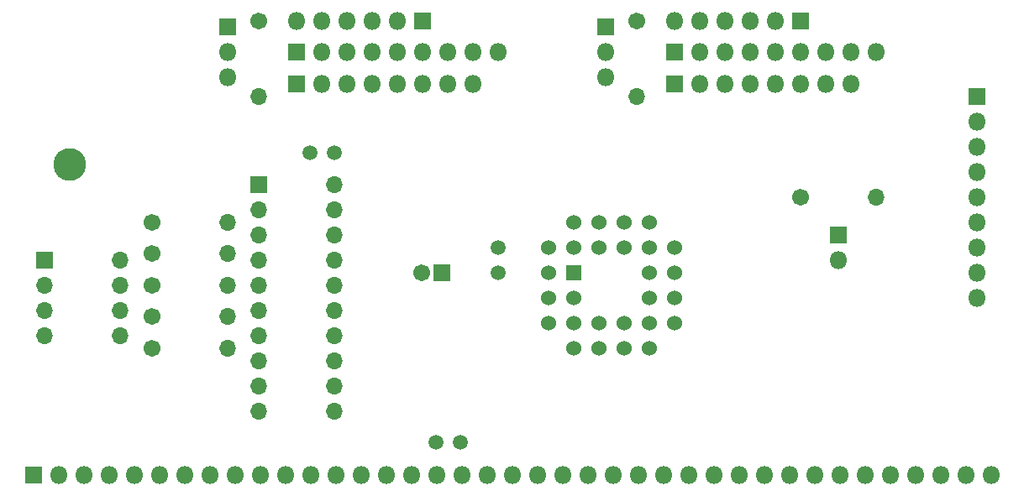
<source format=gts>
G04 #@! TF.FileFunction,Soldermask,Top*
%FSLAX46Y46*%
G04 Gerber Fmt 4.6, Leading zero omitted, Abs format (unit mm)*
G04 Created by KiCad (PCBNEW 4.0.5) date Mon Apr 20 22:21:36 2020*
%MOMM*%
%LPD*%
G01*
G04 APERTURE LIST*
%ADD10C,0.100000*%
%ADD11C,3.301600*%
%ADD12C,1.501600*%
%ADD13R,1.701600X1.701600*%
%ADD14C,1.701600*%
%ADD15R,1.801600X1.801600*%
%ADD16O,1.801600X1.801600*%
%ADD17O,1.701600X1.701600*%
%ADD18R,1.524000X1.524000*%
%ADD19C,1.524000*%
G04 APERTURE END LIST*
D10*
D11*
X93930000Y-105300000D03*
D12*
X137160000Y-116205000D03*
X137160000Y-113705000D03*
X120650000Y-104140000D03*
X118150000Y-104140000D03*
X133350000Y-133350000D03*
X130850000Y-133350000D03*
D13*
X131445000Y-116205000D03*
D14*
X129445000Y-116205000D03*
D15*
X171450000Y-112395000D03*
D16*
X171450000Y-114935000D03*
D15*
X109855000Y-91440000D03*
D16*
X109855000Y-93980000D03*
X109855000Y-96520000D03*
D15*
X147955000Y-91440000D03*
D16*
X147955000Y-93980000D03*
X147955000Y-96520000D03*
D15*
X116840000Y-97155000D03*
D16*
X119380000Y-97155000D03*
X121920000Y-97155000D03*
X124460000Y-97155000D03*
X127000000Y-97155000D03*
X129540000Y-97155000D03*
X132080000Y-97155000D03*
X134620000Y-97155000D03*
D15*
X129540000Y-90805000D03*
D16*
X127000000Y-90805000D03*
X124460000Y-90805000D03*
X121920000Y-90805000D03*
X119380000Y-90805000D03*
X116840000Y-90805000D03*
D15*
X154940000Y-93980000D03*
D16*
X157480000Y-93980000D03*
X160020000Y-93980000D03*
X162560000Y-93980000D03*
X165100000Y-93980000D03*
X167640000Y-93980000D03*
X170180000Y-93980000D03*
X172720000Y-93980000D03*
X175260000Y-93980000D03*
D15*
X154940000Y-97155000D03*
D16*
X157480000Y-97155000D03*
X160020000Y-97155000D03*
X162560000Y-97155000D03*
X165100000Y-97155000D03*
X167640000Y-97155000D03*
X170180000Y-97155000D03*
X172720000Y-97155000D03*
D15*
X167640000Y-90805000D03*
D16*
X165100000Y-90805000D03*
X162560000Y-90805000D03*
X160020000Y-90805000D03*
X157480000Y-90805000D03*
X154940000Y-90805000D03*
D15*
X90297000Y-136652000D03*
D16*
X92837000Y-136652000D03*
X95377000Y-136652000D03*
X97917000Y-136652000D03*
X100457000Y-136652000D03*
X102997000Y-136652000D03*
X105537000Y-136652000D03*
X108077000Y-136652000D03*
X110617000Y-136652000D03*
X113157000Y-136652000D03*
X115697000Y-136652000D03*
X118237000Y-136652000D03*
X120777000Y-136652000D03*
X123317000Y-136652000D03*
X125857000Y-136652000D03*
X128397000Y-136652000D03*
X130937000Y-136652000D03*
X133477000Y-136652000D03*
X136017000Y-136652000D03*
X138557000Y-136652000D03*
X141097000Y-136652000D03*
X143637000Y-136652000D03*
X146177000Y-136652000D03*
X148717000Y-136652000D03*
X151257000Y-136652000D03*
X153797000Y-136652000D03*
X156337000Y-136652000D03*
X158877000Y-136652000D03*
X161417000Y-136652000D03*
X163957000Y-136652000D03*
X166497000Y-136652000D03*
X169037000Y-136652000D03*
X171577000Y-136652000D03*
X174117000Y-136652000D03*
X176657000Y-136652000D03*
X179197000Y-136652000D03*
X181737000Y-136652000D03*
X184277000Y-136652000D03*
X186817000Y-136652000D03*
D14*
X102235000Y-111125000D03*
D17*
X109855000Y-111125000D03*
D14*
X102235000Y-114300000D03*
D17*
X109855000Y-114300000D03*
D14*
X102235000Y-117475000D03*
D17*
X109855000Y-117475000D03*
D14*
X102235000Y-120650000D03*
D17*
X109855000Y-120650000D03*
D14*
X102235000Y-123825000D03*
D17*
X109855000Y-123825000D03*
D14*
X167640000Y-108585000D03*
D17*
X175260000Y-108585000D03*
D14*
X113030000Y-90805000D03*
D17*
X113030000Y-98425000D03*
D14*
X151130000Y-90805000D03*
D17*
X151130000Y-98425000D03*
D18*
X144780000Y-116205000D03*
D19*
X144780000Y-118745000D03*
X144780000Y-113665000D03*
X142240000Y-118745000D03*
X142240000Y-121285000D03*
X142240000Y-116205000D03*
X144780000Y-121285000D03*
X147320000Y-121285000D03*
X149860000Y-121285000D03*
X144780000Y-123825000D03*
X147320000Y-123825000D03*
X149860000Y-123825000D03*
X152400000Y-123825000D03*
X152400000Y-121285000D03*
X152400000Y-118745000D03*
X152400000Y-116205000D03*
X152400000Y-111125000D03*
X154940000Y-121285000D03*
X154940000Y-118745000D03*
X154940000Y-116205000D03*
X154940000Y-113665000D03*
X152400000Y-113665000D03*
X149860000Y-113665000D03*
X147320000Y-113665000D03*
X142240000Y-113665000D03*
X149860000Y-111125000D03*
X147320000Y-111125000D03*
X144780000Y-111125000D03*
D13*
X113030000Y-107315000D03*
D17*
X120650000Y-130175000D03*
X113030000Y-109855000D03*
X120650000Y-127635000D03*
X113030000Y-112395000D03*
X120650000Y-125095000D03*
X113030000Y-114935000D03*
X120650000Y-122555000D03*
X113030000Y-117475000D03*
X120650000Y-120015000D03*
X113030000Y-120015000D03*
X120650000Y-117475000D03*
X113030000Y-122555000D03*
X120650000Y-114935000D03*
X113030000Y-125095000D03*
X120650000Y-112395000D03*
X113030000Y-127635000D03*
X120650000Y-109855000D03*
X113030000Y-130175000D03*
X120650000Y-107315000D03*
D15*
X116840000Y-93980000D03*
D16*
X119380000Y-93980000D03*
X121920000Y-93980000D03*
X124460000Y-93980000D03*
X127000000Y-93980000D03*
X129540000Y-93980000D03*
X132080000Y-93980000D03*
X134620000Y-93980000D03*
X137160000Y-93980000D03*
D13*
X91440000Y-114935000D03*
D17*
X99060000Y-122555000D03*
X91440000Y-117475000D03*
X99060000Y-120015000D03*
X91440000Y-120015000D03*
X99060000Y-117475000D03*
X91440000Y-122555000D03*
X99060000Y-114935000D03*
D15*
X185420000Y-98425000D03*
D16*
X185420000Y-100965000D03*
X185420000Y-103505000D03*
X185420000Y-106045000D03*
X185420000Y-108585000D03*
X185420000Y-111125000D03*
X185420000Y-113665000D03*
X185420000Y-116205000D03*
X185420000Y-118745000D03*
M02*

</source>
